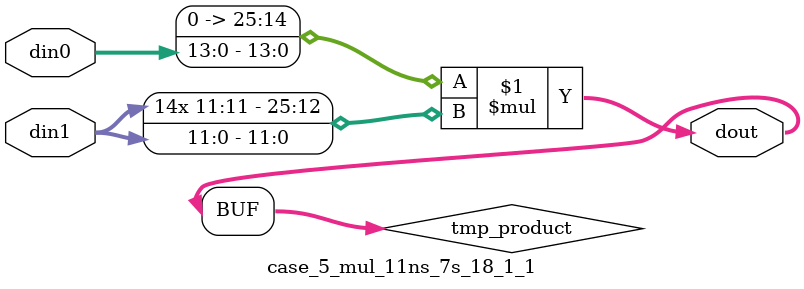
<source format=v>

`timescale 1 ns / 1 ps

 (* use_dsp = "no" *)  module case_5_mul_11ns_7s_18_1_1(din0, din1, dout);
parameter ID = 1;
parameter NUM_STAGE = 0;
parameter din0_WIDTH = 14;
parameter din1_WIDTH = 12;
parameter dout_WIDTH = 26;

input [din0_WIDTH - 1 : 0] din0; 
input [din1_WIDTH - 1 : 0] din1; 
output [dout_WIDTH - 1 : 0] dout;

wire signed [dout_WIDTH - 1 : 0] tmp_product;

























assign tmp_product = $signed({1'b0, din0}) * $signed(din1);










assign dout = tmp_product;





















endmodule

</source>
